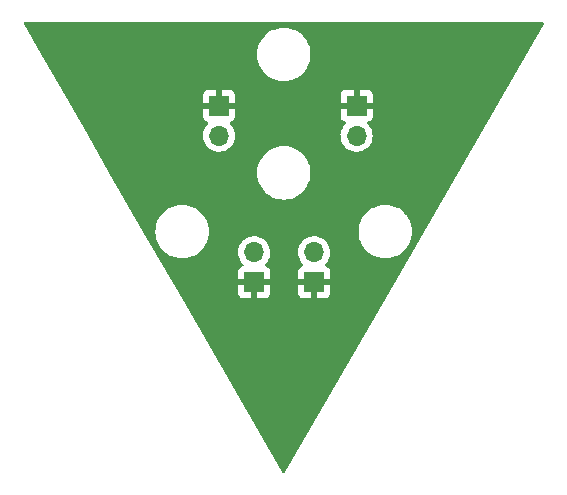
<source format=gtl>
G04 #@! TF.GenerationSoftware,KiCad,Pcbnew,6.0.11-2627ca5db0~126~ubuntu22.04.1*
G04 #@! TF.CreationDate,2023-11-05T13:22:14+01:00*
G04 #@! TF.ProjectId,powerBase,706f7765-7242-4617-9365-2e6b69636164,rev?*
G04 #@! TF.SameCoordinates,Original*
G04 #@! TF.FileFunction,Copper,L1,Top*
G04 #@! TF.FilePolarity,Positive*
%FSLAX46Y46*%
G04 Gerber Fmt 4.6, Leading zero omitted, Abs format (unit mm)*
G04 Created by KiCad (PCBNEW 6.0.11-2627ca5db0~126~ubuntu22.04.1) date 2023-11-05 13:22:14*
%MOMM*%
%LPD*%
G01*
G04 APERTURE LIST*
G04 #@! TA.AperFunction,ComponentPad*
%ADD10R,1.700000X1.700000*%
G04 #@! TD*
G04 #@! TA.AperFunction,ComponentPad*
%ADD11O,1.700000X1.700000*%
G04 #@! TD*
G04 APERTURE END LIST*
D10*
X123000000Y-83540000D03*
D11*
X123000000Y-81000000D03*
D10*
X120025000Y-68585000D03*
D11*
X120025000Y-71125000D03*
D10*
X131670000Y-68585000D03*
D11*
X131670000Y-71125000D03*
D10*
X128075000Y-83540000D03*
D11*
X128075000Y-81000000D03*
G04 #@! TA.AperFunction,Conductor*
G36*
X147469312Y-61528502D02*
G01*
X147515805Y-61582158D01*
X147525909Y-61652432D01*
X147510320Y-61697483D01*
X134119808Y-84898000D01*
X125609128Y-99643678D01*
X125557752Y-99692678D01*
X125488040Y-99706124D01*
X125422126Y-99679747D01*
X125390872Y-99643678D01*
X116880192Y-84898000D01*
X116612774Y-84434669D01*
X121642001Y-84434669D01*
X121642371Y-84441490D01*
X121647895Y-84492352D01*
X121651521Y-84507604D01*
X121696676Y-84628054D01*
X121705214Y-84643649D01*
X121781715Y-84745724D01*
X121794276Y-84758285D01*
X121896351Y-84834786D01*
X121911946Y-84843324D01*
X122032394Y-84888478D01*
X122047649Y-84892105D01*
X122098514Y-84897631D01*
X122105328Y-84898000D01*
X122727885Y-84898000D01*
X122743124Y-84893525D01*
X122744329Y-84892135D01*
X122746000Y-84884452D01*
X122746000Y-84879884D01*
X123254000Y-84879884D01*
X123258475Y-84895123D01*
X123259865Y-84896328D01*
X123267548Y-84897999D01*
X123894669Y-84897999D01*
X123901490Y-84897629D01*
X123952352Y-84892105D01*
X123967604Y-84888479D01*
X124088054Y-84843324D01*
X124103649Y-84834786D01*
X124205724Y-84758285D01*
X124218285Y-84745724D01*
X124294786Y-84643649D01*
X124303324Y-84628054D01*
X124348478Y-84507606D01*
X124352105Y-84492351D01*
X124357631Y-84441486D01*
X124358000Y-84434672D01*
X124358000Y-84434669D01*
X126717001Y-84434669D01*
X126717371Y-84441490D01*
X126722895Y-84492352D01*
X126726521Y-84507604D01*
X126771676Y-84628054D01*
X126780214Y-84643649D01*
X126856715Y-84745724D01*
X126869276Y-84758285D01*
X126971351Y-84834786D01*
X126986946Y-84843324D01*
X127107394Y-84888478D01*
X127122649Y-84892105D01*
X127173514Y-84897631D01*
X127180328Y-84898000D01*
X127802885Y-84898000D01*
X127818124Y-84893525D01*
X127819329Y-84892135D01*
X127821000Y-84884452D01*
X127821000Y-84879884D01*
X128329000Y-84879884D01*
X128333475Y-84895123D01*
X128334865Y-84896328D01*
X128342548Y-84897999D01*
X128969669Y-84897999D01*
X128976490Y-84897629D01*
X129027352Y-84892105D01*
X129042604Y-84888479D01*
X129163054Y-84843324D01*
X129178649Y-84834786D01*
X129280724Y-84758285D01*
X129293285Y-84745724D01*
X129369786Y-84643649D01*
X129378324Y-84628054D01*
X129423478Y-84507606D01*
X129427105Y-84492351D01*
X129432631Y-84441486D01*
X129433000Y-84434672D01*
X129433000Y-83812115D01*
X129428525Y-83796876D01*
X129427135Y-83795671D01*
X129419452Y-83794000D01*
X128347115Y-83794000D01*
X128331876Y-83798475D01*
X128330671Y-83799865D01*
X128329000Y-83807548D01*
X128329000Y-84879884D01*
X127821000Y-84879884D01*
X127821000Y-83812115D01*
X127816525Y-83796876D01*
X127815135Y-83795671D01*
X127807452Y-83794000D01*
X126735116Y-83794000D01*
X126719877Y-83798475D01*
X126718672Y-83799865D01*
X126717001Y-83807548D01*
X126717001Y-84434669D01*
X124358000Y-84434669D01*
X124358000Y-83812115D01*
X124353525Y-83796876D01*
X124352135Y-83795671D01*
X124344452Y-83794000D01*
X123272115Y-83794000D01*
X123256876Y-83798475D01*
X123255671Y-83799865D01*
X123254000Y-83807548D01*
X123254000Y-84879884D01*
X122746000Y-84879884D01*
X122746000Y-83812115D01*
X122741525Y-83796876D01*
X122740135Y-83795671D01*
X122732452Y-83794000D01*
X121660116Y-83794000D01*
X121644877Y-83798475D01*
X121643672Y-83799865D01*
X121642001Y-83807548D01*
X121642001Y-84434669D01*
X116612774Y-84434669D01*
X113620368Y-79250000D01*
X114636654Y-79250000D01*
X114656017Y-79545426D01*
X114656819Y-79549459D01*
X114656820Y-79549465D01*
X114698030Y-79756638D01*
X114713776Y-79835797D01*
X114715103Y-79839706D01*
X114715104Y-79839710D01*
X114770551Y-80003051D01*
X114808941Y-80116145D01*
X114823867Y-80146411D01*
X114927146Y-80355840D01*
X114939885Y-80381673D01*
X114942179Y-80385106D01*
X115056336Y-80555954D01*
X115104367Y-80627838D01*
X115107081Y-80630932D01*
X115107085Y-80630938D01*
X115240022Y-80782522D01*
X115299573Y-80850427D01*
X115302662Y-80853136D01*
X115519062Y-81042915D01*
X115519068Y-81042919D01*
X115522162Y-81045633D01*
X115525588Y-81047922D01*
X115525593Y-81047926D01*
X115553526Y-81066590D01*
X115768327Y-81210115D01*
X115772026Y-81211939D01*
X115772031Y-81211942D01*
X115908313Y-81279148D01*
X116033855Y-81341059D01*
X116037760Y-81342384D01*
X116037761Y-81342385D01*
X116310290Y-81434896D01*
X116310294Y-81434897D01*
X116314203Y-81436224D01*
X116318247Y-81437028D01*
X116318253Y-81437030D01*
X116600535Y-81493180D01*
X116600541Y-81493181D01*
X116604574Y-81493983D01*
X116608679Y-81494252D01*
X116608686Y-81494253D01*
X116895881Y-81513076D01*
X116900000Y-81513346D01*
X116904119Y-81513076D01*
X117191314Y-81494253D01*
X117191321Y-81494252D01*
X117195426Y-81493983D01*
X117199459Y-81493181D01*
X117199465Y-81493180D01*
X117481747Y-81437030D01*
X117481753Y-81437028D01*
X117485797Y-81436224D01*
X117489706Y-81434897D01*
X117489710Y-81434896D01*
X117762239Y-81342385D01*
X117762240Y-81342384D01*
X117766145Y-81341059D01*
X117891687Y-81279148D01*
X118027969Y-81211942D01*
X118027974Y-81211939D01*
X118031673Y-81210115D01*
X118246474Y-81066590D01*
X118274407Y-81047926D01*
X118274412Y-81047922D01*
X118277838Y-81045633D01*
X118280932Y-81042919D01*
X118280938Y-81042915D01*
X118367850Y-80966695D01*
X121637251Y-80966695D01*
X121637548Y-80971848D01*
X121637548Y-80971851D01*
X121643011Y-81066590D01*
X121650110Y-81189715D01*
X121651247Y-81194761D01*
X121651248Y-81194767D01*
X121654190Y-81207821D01*
X121699222Y-81407639D01*
X121783266Y-81614616D01*
X121899987Y-81805088D01*
X122046250Y-81973938D01*
X122050225Y-81977238D01*
X122050231Y-81977244D01*
X122055425Y-81981556D01*
X122095059Y-82040460D01*
X122096555Y-82111441D01*
X122059439Y-82171962D01*
X122019168Y-82196480D01*
X121911946Y-82236676D01*
X121896351Y-82245214D01*
X121794276Y-82321715D01*
X121781715Y-82334276D01*
X121705214Y-82436351D01*
X121696676Y-82451946D01*
X121651522Y-82572394D01*
X121647895Y-82587649D01*
X121642369Y-82638514D01*
X121642000Y-82645328D01*
X121642000Y-83267885D01*
X121646475Y-83283124D01*
X121647865Y-83284329D01*
X121655548Y-83286000D01*
X124339884Y-83286000D01*
X124355123Y-83281525D01*
X124356328Y-83280135D01*
X124357999Y-83272452D01*
X124357999Y-82645331D01*
X124357629Y-82638510D01*
X124352105Y-82587648D01*
X124348479Y-82572396D01*
X124303324Y-82451946D01*
X124294786Y-82436351D01*
X124218285Y-82334276D01*
X124205724Y-82321715D01*
X124103649Y-82245214D01*
X124088054Y-82236676D01*
X123977813Y-82195348D01*
X123921049Y-82152706D01*
X123896349Y-82086145D01*
X123911557Y-82016796D01*
X123933104Y-81988115D01*
X124034430Y-81887144D01*
X124034440Y-81887132D01*
X124038096Y-81883489D01*
X124097594Y-81800689D01*
X124165435Y-81706277D01*
X124168453Y-81702077D01*
X124267430Y-81501811D01*
X124299900Y-81394940D01*
X124330865Y-81293023D01*
X124330865Y-81293021D01*
X124332370Y-81288069D01*
X124361529Y-81066590D01*
X124362041Y-81045633D01*
X124363074Y-81003365D01*
X124363074Y-81003361D01*
X124363156Y-81000000D01*
X124360418Y-80966695D01*
X126712251Y-80966695D01*
X126712548Y-80971848D01*
X126712548Y-80971851D01*
X126718011Y-81066590D01*
X126725110Y-81189715D01*
X126726247Y-81194761D01*
X126726248Y-81194767D01*
X126729190Y-81207821D01*
X126774222Y-81407639D01*
X126858266Y-81614616D01*
X126974987Y-81805088D01*
X127121250Y-81973938D01*
X127125225Y-81977238D01*
X127125231Y-81977244D01*
X127130425Y-81981556D01*
X127170059Y-82040460D01*
X127171555Y-82111441D01*
X127134439Y-82171962D01*
X127094168Y-82196480D01*
X126986946Y-82236676D01*
X126971351Y-82245214D01*
X126869276Y-82321715D01*
X126856715Y-82334276D01*
X126780214Y-82436351D01*
X126771676Y-82451946D01*
X126726522Y-82572394D01*
X126722895Y-82587649D01*
X126717369Y-82638514D01*
X126717000Y-82645328D01*
X126717000Y-83267885D01*
X126721475Y-83283124D01*
X126722865Y-83284329D01*
X126730548Y-83286000D01*
X129414884Y-83286000D01*
X129430123Y-83281525D01*
X129431328Y-83280135D01*
X129432999Y-83272452D01*
X129432999Y-82645331D01*
X129432629Y-82638510D01*
X129427105Y-82587648D01*
X129423479Y-82572396D01*
X129378324Y-82451946D01*
X129369786Y-82436351D01*
X129293285Y-82334276D01*
X129280724Y-82321715D01*
X129178649Y-82245214D01*
X129163054Y-82236676D01*
X129052813Y-82195348D01*
X128996049Y-82152706D01*
X128971349Y-82086145D01*
X128986557Y-82016796D01*
X129008104Y-81988115D01*
X129109430Y-81887144D01*
X129109440Y-81887132D01*
X129113096Y-81883489D01*
X129172594Y-81800689D01*
X129240435Y-81706277D01*
X129243453Y-81702077D01*
X129342430Y-81501811D01*
X129374900Y-81394940D01*
X129405865Y-81293023D01*
X129405865Y-81293021D01*
X129407370Y-81288069D01*
X129436529Y-81066590D01*
X129437041Y-81045633D01*
X129438074Y-81003365D01*
X129438074Y-81003361D01*
X129438156Y-81000000D01*
X129419852Y-80777361D01*
X129365431Y-80560702D01*
X129276354Y-80355840D01*
X129155014Y-80168277D01*
X129004670Y-80003051D01*
X129000619Y-79999852D01*
X129000615Y-79999848D01*
X128833414Y-79867800D01*
X128833410Y-79867798D01*
X128829359Y-79864598D01*
X128633789Y-79756638D01*
X128628920Y-79754914D01*
X128628916Y-79754912D01*
X128428087Y-79683795D01*
X128428083Y-79683794D01*
X128423212Y-79682069D01*
X128418119Y-79681162D01*
X128418116Y-79681161D01*
X128208373Y-79643800D01*
X128208367Y-79643799D01*
X128203284Y-79642894D01*
X128129452Y-79641992D01*
X127985081Y-79640228D01*
X127985079Y-79640228D01*
X127979911Y-79640165D01*
X127759091Y-79673955D01*
X127546756Y-79743357D01*
X127516443Y-79759137D01*
X127369181Y-79835797D01*
X127348607Y-79846507D01*
X127344474Y-79849610D01*
X127344471Y-79849612D01*
X127320247Y-79867800D01*
X127169965Y-79980635D01*
X127166393Y-79984373D01*
X127036935Y-80119843D01*
X127015629Y-80142138D01*
X126889743Y-80326680D01*
X126795688Y-80529305D01*
X126735989Y-80744570D01*
X126712251Y-80966695D01*
X124360418Y-80966695D01*
X124344852Y-80777361D01*
X124290431Y-80560702D01*
X124201354Y-80355840D01*
X124080014Y-80168277D01*
X123929670Y-80003051D01*
X123925619Y-79999852D01*
X123925615Y-79999848D01*
X123758414Y-79867800D01*
X123758410Y-79867798D01*
X123754359Y-79864598D01*
X123558789Y-79756638D01*
X123553920Y-79754914D01*
X123553916Y-79754912D01*
X123353087Y-79683795D01*
X123353083Y-79683794D01*
X123348212Y-79682069D01*
X123343119Y-79681162D01*
X123343116Y-79681161D01*
X123133373Y-79643800D01*
X123133367Y-79643799D01*
X123128284Y-79642894D01*
X123054452Y-79641992D01*
X122910081Y-79640228D01*
X122910079Y-79640228D01*
X122904911Y-79640165D01*
X122684091Y-79673955D01*
X122471756Y-79743357D01*
X122441443Y-79759137D01*
X122294181Y-79835797D01*
X122273607Y-79846507D01*
X122269474Y-79849610D01*
X122269471Y-79849612D01*
X122245247Y-79867800D01*
X122094965Y-79980635D01*
X122091393Y-79984373D01*
X121961935Y-80119843D01*
X121940629Y-80142138D01*
X121814743Y-80326680D01*
X121720688Y-80529305D01*
X121660989Y-80744570D01*
X121637251Y-80966695D01*
X118367850Y-80966695D01*
X118497338Y-80853136D01*
X118500427Y-80850427D01*
X118559978Y-80782522D01*
X118692915Y-80630938D01*
X118692919Y-80630932D01*
X118695633Y-80627838D01*
X118743665Y-80555954D01*
X118857821Y-80385106D01*
X118860115Y-80381673D01*
X118872855Y-80355840D01*
X118976133Y-80146411D01*
X118991059Y-80116145D01*
X119029449Y-80003051D01*
X119084896Y-79839710D01*
X119084897Y-79839706D01*
X119086224Y-79835797D01*
X119101970Y-79756638D01*
X119143180Y-79549465D01*
X119143181Y-79549459D01*
X119143983Y-79545426D01*
X119163346Y-79250000D01*
X131836654Y-79250000D01*
X131856017Y-79545426D01*
X131856819Y-79549459D01*
X131856820Y-79549465D01*
X131898030Y-79756638D01*
X131913776Y-79835797D01*
X131915103Y-79839706D01*
X131915104Y-79839710D01*
X131970551Y-80003051D01*
X132008941Y-80116145D01*
X132023867Y-80146411D01*
X132127146Y-80355840D01*
X132139885Y-80381673D01*
X132142179Y-80385106D01*
X132256336Y-80555954D01*
X132304367Y-80627838D01*
X132307081Y-80630932D01*
X132307085Y-80630938D01*
X132440022Y-80782522D01*
X132499573Y-80850427D01*
X132502662Y-80853136D01*
X132719062Y-81042915D01*
X132719068Y-81042919D01*
X132722162Y-81045633D01*
X132725588Y-81047922D01*
X132725593Y-81047926D01*
X132753526Y-81066590D01*
X132968327Y-81210115D01*
X132972026Y-81211939D01*
X132972031Y-81211942D01*
X133108313Y-81279148D01*
X133233855Y-81341059D01*
X133237760Y-81342384D01*
X133237761Y-81342385D01*
X133510290Y-81434896D01*
X133510294Y-81434897D01*
X133514203Y-81436224D01*
X133518247Y-81437028D01*
X133518253Y-81437030D01*
X133800535Y-81493180D01*
X133800541Y-81493181D01*
X133804574Y-81493983D01*
X133808679Y-81494252D01*
X133808686Y-81494253D01*
X134095881Y-81513076D01*
X134100000Y-81513346D01*
X134104119Y-81513076D01*
X134391314Y-81494253D01*
X134391321Y-81494252D01*
X134395426Y-81493983D01*
X134399459Y-81493181D01*
X134399465Y-81493180D01*
X134681747Y-81437030D01*
X134681753Y-81437028D01*
X134685797Y-81436224D01*
X134689706Y-81434897D01*
X134689710Y-81434896D01*
X134962239Y-81342385D01*
X134962240Y-81342384D01*
X134966145Y-81341059D01*
X135091687Y-81279148D01*
X135227969Y-81211942D01*
X135227974Y-81211939D01*
X135231673Y-81210115D01*
X135446474Y-81066590D01*
X135474407Y-81047926D01*
X135474412Y-81047922D01*
X135477838Y-81045633D01*
X135480932Y-81042919D01*
X135480938Y-81042915D01*
X135697338Y-80853136D01*
X135700427Y-80850427D01*
X135759978Y-80782522D01*
X135892915Y-80630938D01*
X135892919Y-80630932D01*
X135895633Y-80627838D01*
X135943665Y-80555954D01*
X136057821Y-80385106D01*
X136060115Y-80381673D01*
X136072855Y-80355840D01*
X136176133Y-80146411D01*
X136191059Y-80116145D01*
X136229449Y-80003051D01*
X136284896Y-79839710D01*
X136284897Y-79839706D01*
X136286224Y-79835797D01*
X136301970Y-79756638D01*
X136343180Y-79549465D01*
X136343181Y-79549459D01*
X136343983Y-79545426D01*
X136363346Y-79250000D01*
X136343983Y-78954574D01*
X136286224Y-78664203D01*
X136191059Y-78383855D01*
X136060115Y-78118327D01*
X135895633Y-77872162D01*
X135892919Y-77869068D01*
X135892915Y-77869062D01*
X135703136Y-77652662D01*
X135700427Y-77649573D01*
X135697338Y-77646864D01*
X135480938Y-77457085D01*
X135480932Y-77457081D01*
X135477838Y-77454367D01*
X135474412Y-77452078D01*
X135474407Y-77452074D01*
X135235106Y-77292179D01*
X135231673Y-77289885D01*
X135227974Y-77288061D01*
X135227969Y-77288058D01*
X135091687Y-77220852D01*
X134966145Y-77158941D01*
X134962239Y-77157615D01*
X134689710Y-77065104D01*
X134689706Y-77065103D01*
X134685797Y-77063776D01*
X134681753Y-77062972D01*
X134681747Y-77062970D01*
X134399465Y-77006820D01*
X134399459Y-77006819D01*
X134395426Y-77006017D01*
X134391321Y-77005748D01*
X134391314Y-77005747D01*
X134104119Y-76986924D01*
X134100000Y-76986654D01*
X134095881Y-76986924D01*
X133808686Y-77005747D01*
X133808679Y-77005748D01*
X133804574Y-77006017D01*
X133800541Y-77006819D01*
X133800535Y-77006820D01*
X133518253Y-77062970D01*
X133518247Y-77062972D01*
X133514203Y-77063776D01*
X133510294Y-77065103D01*
X133510290Y-77065104D01*
X133237761Y-77157615D01*
X133233855Y-77158941D01*
X133108313Y-77220852D01*
X132972031Y-77288058D01*
X132972026Y-77288061D01*
X132968327Y-77289885D01*
X132964894Y-77292179D01*
X132725593Y-77452074D01*
X132725588Y-77452078D01*
X132722162Y-77454367D01*
X132719068Y-77457081D01*
X132719062Y-77457085D01*
X132502662Y-77646864D01*
X132499573Y-77649573D01*
X132496864Y-77652662D01*
X132307085Y-77869062D01*
X132307081Y-77869068D01*
X132304367Y-77872162D01*
X132139885Y-78118327D01*
X132008941Y-78383855D01*
X131913776Y-78664203D01*
X131856017Y-78954574D01*
X131836654Y-79250000D01*
X119163346Y-79250000D01*
X119143983Y-78954574D01*
X119086224Y-78664203D01*
X118991059Y-78383855D01*
X118860115Y-78118327D01*
X118695633Y-77872162D01*
X118692919Y-77869068D01*
X118692915Y-77869062D01*
X118503136Y-77652662D01*
X118500427Y-77649573D01*
X118497338Y-77646864D01*
X118280938Y-77457085D01*
X118280932Y-77457081D01*
X118277838Y-77454367D01*
X118274412Y-77452078D01*
X118274407Y-77452074D01*
X118035106Y-77292179D01*
X118031673Y-77289885D01*
X118027974Y-77288061D01*
X118027969Y-77288058D01*
X117891687Y-77220852D01*
X117766145Y-77158941D01*
X117762239Y-77157615D01*
X117489710Y-77065104D01*
X117489706Y-77065103D01*
X117485797Y-77063776D01*
X117481753Y-77062972D01*
X117481747Y-77062970D01*
X117199465Y-77006820D01*
X117199459Y-77006819D01*
X117195426Y-77006017D01*
X117191321Y-77005748D01*
X117191314Y-77005747D01*
X116904119Y-76986924D01*
X116900000Y-76986654D01*
X116895881Y-76986924D01*
X116608686Y-77005747D01*
X116608679Y-77005748D01*
X116604574Y-77006017D01*
X116600541Y-77006819D01*
X116600535Y-77006820D01*
X116318253Y-77062970D01*
X116318247Y-77062972D01*
X116314203Y-77063776D01*
X116310294Y-77065103D01*
X116310290Y-77065104D01*
X116037761Y-77157615D01*
X116033855Y-77158941D01*
X115908313Y-77220852D01*
X115772031Y-77288058D01*
X115772026Y-77288061D01*
X115768327Y-77289885D01*
X115764894Y-77292179D01*
X115525593Y-77452074D01*
X115525588Y-77452078D01*
X115522162Y-77454367D01*
X115519068Y-77457081D01*
X115519062Y-77457085D01*
X115302662Y-77646864D01*
X115299573Y-77649573D01*
X115296864Y-77652662D01*
X115107085Y-77869062D01*
X115107081Y-77869068D01*
X115104367Y-77872162D01*
X114939885Y-78118327D01*
X114808941Y-78383855D01*
X114713776Y-78664203D01*
X114656017Y-78954574D01*
X114636654Y-79250000D01*
X113620368Y-79250000D01*
X110748975Y-74275000D01*
X123236654Y-74275000D01*
X123256017Y-74570426D01*
X123313776Y-74860797D01*
X123408941Y-75141145D01*
X123539885Y-75406673D01*
X123704367Y-75652838D01*
X123707081Y-75655932D01*
X123707085Y-75655938D01*
X123896864Y-75872338D01*
X123899573Y-75875427D01*
X123902662Y-75878136D01*
X124119062Y-76067915D01*
X124119068Y-76067919D01*
X124122162Y-76070633D01*
X124125588Y-76072922D01*
X124125593Y-76072926D01*
X124309405Y-76195744D01*
X124368327Y-76235115D01*
X124372026Y-76236939D01*
X124372031Y-76236942D01*
X124508313Y-76304148D01*
X124633855Y-76366059D01*
X124637760Y-76367384D01*
X124637761Y-76367385D01*
X124910290Y-76459896D01*
X124910294Y-76459897D01*
X124914203Y-76461224D01*
X124918247Y-76462028D01*
X124918253Y-76462030D01*
X125200535Y-76518180D01*
X125200541Y-76518181D01*
X125204574Y-76518983D01*
X125208679Y-76519252D01*
X125208686Y-76519253D01*
X125495881Y-76538076D01*
X125500000Y-76538346D01*
X125504119Y-76538076D01*
X125791314Y-76519253D01*
X125791321Y-76519252D01*
X125795426Y-76518983D01*
X125799459Y-76518181D01*
X125799465Y-76518180D01*
X126081747Y-76462030D01*
X126081753Y-76462028D01*
X126085797Y-76461224D01*
X126089706Y-76459897D01*
X126089710Y-76459896D01*
X126362239Y-76367385D01*
X126362240Y-76367384D01*
X126366145Y-76366059D01*
X126491687Y-76304148D01*
X126627969Y-76236942D01*
X126627974Y-76236939D01*
X126631673Y-76235115D01*
X126690595Y-76195744D01*
X126874407Y-76072926D01*
X126874412Y-76072922D01*
X126877838Y-76070633D01*
X126880932Y-76067919D01*
X126880938Y-76067915D01*
X127097338Y-75878136D01*
X127100427Y-75875427D01*
X127103136Y-75872338D01*
X127292915Y-75655938D01*
X127292919Y-75655932D01*
X127295633Y-75652838D01*
X127460115Y-75406673D01*
X127591059Y-75141145D01*
X127686224Y-74860797D01*
X127743983Y-74570426D01*
X127763346Y-74275000D01*
X127743983Y-73979574D01*
X127686224Y-73689203D01*
X127591059Y-73408855D01*
X127460115Y-73143327D01*
X127295633Y-72897162D01*
X127292919Y-72894068D01*
X127292915Y-72894062D01*
X127103136Y-72677662D01*
X127100427Y-72674573D01*
X127097338Y-72671864D01*
X126880938Y-72482085D01*
X126880932Y-72482081D01*
X126877838Y-72479367D01*
X126874412Y-72477078D01*
X126874407Y-72477074D01*
X126635106Y-72317179D01*
X126631673Y-72314885D01*
X126627974Y-72313061D01*
X126627969Y-72313058D01*
X126476429Y-72238327D01*
X126366145Y-72183941D01*
X126303067Y-72162529D01*
X126089710Y-72090104D01*
X126089706Y-72090103D01*
X126085797Y-72088776D01*
X126081753Y-72087972D01*
X126081747Y-72087970D01*
X125799465Y-72031820D01*
X125799459Y-72031819D01*
X125795426Y-72031017D01*
X125791321Y-72030748D01*
X125791314Y-72030747D01*
X125504119Y-72011924D01*
X125500000Y-72011654D01*
X125495881Y-72011924D01*
X125208686Y-72030747D01*
X125208679Y-72030748D01*
X125204574Y-72031017D01*
X125200541Y-72031819D01*
X125200535Y-72031820D01*
X124918253Y-72087970D01*
X124918247Y-72087972D01*
X124914203Y-72088776D01*
X124910294Y-72090103D01*
X124910290Y-72090104D01*
X124696933Y-72162529D01*
X124633855Y-72183941D01*
X124523571Y-72238327D01*
X124372031Y-72313058D01*
X124372026Y-72313061D01*
X124368327Y-72314885D01*
X124364894Y-72317179D01*
X124125593Y-72477074D01*
X124125588Y-72477078D01*
X124122162Y-72479367D01*
X124119068Y-72482081D01*
X124119062Y-72482085D01*
X123902662Y-72671864D01*
X123899573Y-72674573D01*
X123896864Y-72677662D01*
X123707085Y-72894062D01*
X123707081Y-72894068D01*
X123704367Y-72897162D01*
X123539885Y-73143327D01*
X123408941Y-73408855D01*
X123313776Y-73689203D01*
X123256017Y-73979574D01*
X123236654Y-74275000D01*
X110748975Y-74275000D01*
X108911685Y-71091695D01*
X118662251Y-71091695D01*
X118662548Y-71096848D01*
X118662548Y-71096851D01*
X118668011Y-71191590D01*
X118675110Y-71314715D01*
X118676247Y-71319761D01*
X118676248Y-71319767D01*
X118696119Y-71407939D01*
X118724222Y-71532639D01*
X118808266Y-71739616D01*
X118924987Y-71930088D01*
X119071250Y-72098938D01*
X119243126Y-72241632D01*
X119436000Y-72354338D01*
X119644692Y-72434030D01*
X119649760Y-72435061D01*
X119649763Y-72435062D01*
X119757017Y-72456883D01*
X119863597Y-72478567D01*
X119868772Y-72478757D01*
X119868774Y-72478757D01*
X120081673Y-72486564D01*
X120081677Y-72486564D01*
X120086837Y-72486753D01*
X120091957Y-72486097D01*
X120091959Y-72486097D01*
X120303288Y-72459025D01*
X120303289Y-72459025D01*
X120308416Y-72458368D01*
X120313366Y-72456883D01*
X120517429Y-72395661D01*
X120517434Y-72395659D01*
X120522384Y-72394174D01*
X120722994Y-72295896D01*
X120904860Y-72166173D01*
X121063096Y-72008489D01*
X121122594Y-71925689D01*
X121190435Y-71831277D01*
X121193453Y-71827077D01*
X121292430Y-71626811D01*
X121357370Y-71413069D01*
X121386529Y-71191590D01*
X121388156Y-71125000D01*
X121385418Y-71091695D01*
X130307251Y-71091695D01*
X130307548Y-71096848D01*
X130307548Y-71096851D01*
X130313011Y-71191590D01*
X130320110Y-71314715D01*
X130321247Y-71319761D01*
X130321248Y-71319767D01*
X130341119Y-71407939D01*
X130369222Y-71532639D01*
X130453266Y-71739616D01*
X130569987Y-71930088D01*
X130716250Y-72098938D01*
X130888126Y-72241632D01*
X131081000Y-72354338D01*
X131289692Y-72434030D01*
X131294760Y-72435061D01*
X131294763Y-72435062D01*
X131402017Y-72456883D01*
X131508597Y-72478567D01*
X131513772Y-72478757D01*
X131513774Y-72478757D01*
X131726673Y-72486564D01*
X131726677Y-72486564D01*
X131731837Y-72486753D01*
X131736957Y-72486097D01*
X131736959Y-72486097D01*
X131948288Y-72459025D01*
X131948289Y-72459025D01*
X131953416Y-72458368D01*
X131958366Y-72456883D01*
X132162429Y-72395661D01*
X132162434Y-72395659D01*
X132167384Y-72394174D01*
X132367994Y-72295896D01*
X132549860Y-72166173D01*
X132708096Y-72008489D01*
X132767594Y-71925689D01*
X132835435Y-71831277D01*
X132838453Y-71827077D01*
X132937430Y-71626811D01*
X133002370Y-71413069D01*
X133031529Y-71191590D01*
X133033156Y-71125000D01*
X133014852Y-70902361D01*
X132960431Y-70685702D01*
X132871354Y-70480840D01*
X132750014Y-70293277D01*
X132746540Y-70289459D01*
X132746533Y-70289450D01*
X132602435Y-70131088D01*
X132571383Y-70067242D01*
X132579779Y-69996744D01*
X132624956Y-69941976D01*
X132651400Y-69928307D01*
X132758052Y-69888325D01*
X132773649Y-69879786D01*
X132875724Y-69803285D01*
X132888285Y-69790724D01*
X132964786Y-69688649D01*
X132973324Y-69673054D01*
X133018478Y-69552606D01*
X133022105Y-69537351D01*
X133027631Y-69486486D01*
X133028000Y-69479672D01*
X133028000Y-68857115D01*
X133023525Y-68841876D01*
X133022135Y-68840671D01*
X133014452Y-68839000D01*
X130330116Y-68839000D01*
X130314877Y-68843475D01*
X130313672Y-68844865D01*
X130312001Y-68852548D01*
X130312001Y-69479669D01*
X130312371Y-69486490D01*
X130317895Y-69537352D01*
X130321521Y-69552604D01*
X130366676Y-69673054D01*
X130375214Y-69688649D01*
X130451715Y-69790724D01*
X130464276Y-69803285D01*
X130566351Y-69879786D01*
X130581946Y-69888324D01*
X130690827Y-69929142D01*
X130747591Y-69971784D01*
X130772291Y-70038345D01*
X130757083Y-70107694D01*
X130737691Y-70134175D01*
X130614200Y-70263401D01*
X130610629Y-70267138D01*
X130484743Y-70451680D01*
X130390688Y-70654305D01*
X130330989Y-70869570D01*
X130307251Y-71091695D01*
X121385418Y-71091695D01*
X121369852Y-70902361D01*
X121315431Y-70685702D01*
X121226354Y-70480840D01*
X121105014Y-70293277D01*
X121101540Y-70289459D01*
X121101533Y-70289450D01*
X120957435Y-70131088D01*
X120926383Y-70067242D01*
X120934779Y-69996744D01*
X120979956Y-69941976D01*
X121006400Y-69928307D01*
X121113052Y-69888325D01*
X121128649Y-69879786D01*
X121230724Y-69803285D01*
X121243285Y-69790724D01*
X121319786Y-69688649D01*
X121328324Y-69673054D01*
X121373478Y-69552606D01*
X121377105Y-69537351D01*
X121382631Y-69486486D01*
X121383000Y-69479672D01*
X121383000Y-68857115D01*
X121378525Y-68841876D01*
X121377135Y-68840671D01*
X121369452Y-68839000D01*
X118685116Y-68839000D01*
X118669877Y-68843475D01*
X118668672Y-68844865D01*
X118667001Y-68852548D01*
X118667001Y-69479669D01*
X118667371Y-69486490D01*
X118672895Y-69537352D01*
X118676521Y-69552604D01*
X118721676Y-69673054D01*
X118730214Y-69688649D01*
X118806715Y-69790724D01*
X118819276Y-69803285D01*
X118921351Y-69879786D01*
X118936946Y-69888324D01*
X119045827Y-69929142D01*
X119102591Y-69971784D01*
X119127291Y-70038345D01*
X119112083Y-70107694D01*
X119092691Y-70134175D01*
X118969200Y-70263401D01*
X118965629Y-70267138D01*
X118839743Y-70451680D01*
X118745688Y-70654305D01*
X118685989Y-70869570D01*
X118662251Y-71091695D01*
X108911685Y-71091695D01*
X107307855Y-68312885D01*
X118667000Y-68312885D01*
X118671475Y-68328124D01*
X118672865Y-68329329D01*
X118680548Y-68331000D01*
X119752885Y-68331000D01*
X119768124Y-68326525D01*
X119769329Y-68325135D01*
X119771000Y-68317452D01*
X119771000Y-68312885D01*
X120279000Y-68312885D01*
X120283475Y-68328124D01*
X120284865Y-68329329D01*
X120292548Y-68331000D01*
X121364884Y-68331000D01*
X121380123Y-68326525D01*
X121381328Y-68325135D01*
X121382999Y-68317452D01*
X121382999Y-68312885D01*
X130312000Y-68312885D01*
X130316475Y-68328124D01*
X130317865Y-68329329D01*
X130325548Y-68331000D01*
X131397885Y-68331000D01*
X131413124Y-68326525D01*
X131414329Y-68325135D01*
X131416000Y-68317452D01*
X131416000Y-68312885D01*
X131924000Y-68312885D01*
X131928475Y-68328124D01*
X131929865Y-68329329D01*
X131937548Y-68331000D01*
X133009884Y-68331000D01*
X133025123Y-68326525D01*
X133026328Y-68325135D01*
X133027999Y-68317452D01*
X133027999Y-67690331D01*
X133027629Y-67683510D01*
X133022105Y-67632648D01*
X133018479Y-67617396D01*
X132973324Y-67496946D01*
X132964786Y-67481351D01*
X132888285Y-67379276D01*
X132875724Y-67366715D01*
X132773649Y-67290214D01*
X132758054Y-67281676D01*
X132637606Y-67236522D01*
X132622351Y-67232895D01*
X132571486Y-67227369D01*
X132564672Y-67227000D01*
X131942115Y-67227000D01*
X131926876Y-67231475D01*
X131925671Y-67232865D01*
X131924000Y-67240548D01*
X131924000Y-68312885D01*
X131416000Y-68312885D01*
X131416000Y-67245116D01*
X131411525Y-67229877D01*
X131410135Y-67228672D01*
X131402452Y-67227001D01*
X130775331Y-67227001D01*
X130768510Y-67227371D01*
X130717648Y-67232895D01*
X130702396Y-67236521D01*
X130581946Y-67281676D01*
X130566351Y-67290214D01*
X130464276Y-67366715D01*
X130451715Y-67379276D01*
X130375214Y-67481351D01*
X130366676Y-67496946D01*
X130321522Y-67617394D01*
X130317895Y-67632649D01*
X130312369Y-67683514D01*
X130312000Y-67690328D01*
X130312000Y-68312885D01*
X121382999Y-68312885D01*
X121382999Y-67690331D01*
X121382629Y-67683510D01*
X121377105Y-67632648D01*
X121373479Y-67617396D01*
X121328324Y-67496946D01*
X121319786Y-67481351D01*
X121243285Y-67379276D01*
X121230724Y-67366715D01*
X121128649Y-67290214D01*
X121113054Y-67281676D01*
X120992606Y-67236522D01*
X120977351Y-67232895D01*
X120926486Y-67227369D01*
X120919672Y-67227000D01*
X120297115Y-67227000D01*
X120281876Y-67231475D01*
X120280671Y-67232865D01*
X120279000Y-67240548D01*
X120279000Y-68312885D01*
X119771000Y-68312885D01*
X119771000Y-67245116D01*
X119766525Y-67229877D01*
X119765135Y-67228672D01*
X119757452Y-67227001D01*
X119130331Y-67227001D01*
X119123510Y-67227371D01*
X119072648Y-67232895D01*
X119057396Y-67236521D01*
X118936946Y-67281676D01*
X118921351Y-67290214D01*
X118819276Y-67366715D01*
X118806715Y-67379276D01*
X118730214Y-67481351D01*
X118721676Y-67496946D01*
X118676522Y-67617394D01*
X118672895Y-67632649D01*
X118667369Y-67683514D01*
X118667000Y-67690328D01*
X118667000Y-68312885D01*
X107307855Y-68312885D01*
X104962902Y-64250000D01*
X123236654Y-64250000D01*
X123256017Y-64545426D01*
X123313776Y-64835797D01*
X123408941Y-65116145D01*
X123539885Y-65381673D01*
X123704367Y-65627838D01*
X123707081Y-65630932D01*
X123707085Y-65630938D01*
X123896864Y-65847338D01*
X123899573Y-65850427D01*
X123902662Y-65853136D01*
X124119062Y-66042915D01*
X124119068Y-66042919D01*
X124122162Y-66045633D01*
X124125588Y-66047922D01*
X124125593Y-66047926D01*
X124309405Y-66170744D01*
X124368327Y-66210115D01*
X124372026Y-66211939D01*
X124372031Y-66211942D01*
X124508313Y-66279148D01*
X124633855Y-66341059D01*
X124637760Y-66342384D01*
X124637761Y-66342385D01*
X124910290Y-66434896D01*
X124910294Y-66434897D01*
X124914203Y-66436224D01*
X124918247Y-66437028D01*
X124918253Y-66437030D01*
X125200535Y-66493180D01*
X125200541Y-66493181D01*
X125204574Y-66493983D01*
X125208679Y-66494252D01*
X125208686Y-66494253D01*
X125495881Y-66513076D01*
X125500000Y-66513346D01*
X125504119Y-66513076D01*
X125791314Y-66494253D01*
X125791321Y-66494252D01*
X125795426Y-66493983D01*
X125799459Y-66493181D01*
X125799465Y-66493180D01*
X126081747Y-66437030D01*
X126081753Y-66437028D01*
X126085797Y-66436224D01*
X126089706Y-66434897D01*
X126089710Y-66434896D01*
X126362239Y-66342385D01*
X126362240Y-66342384D01*
X126366145Y-66341059D01*
X126491687Y-66279148D01*
X126627969Y-66211942D01*
X126627974Y-66211939D01*
X126631673Y-66210115D01*
X126690595Y-66170744D01*
X126874407Y-66047926D01*
X126874412Y-66047922D01*
X126877838Y-66045633D01*
X126880932Y-66042919D01*
X126880938Y-66042915D01*
X127097338Y-65853136D01*
X127100427Y-65850427D01*
X127103136Y-65847338D01*
X127292915Y-65630938D01*
X127292919Y-65630932D01*
X127295633Y-65627838D01*
X127460115Y-65381673D01*
X127591059Y-65116145D01*
X127686224Y-64835797D01*
X127743983Y-64545426D01*
X127763346Y-64250000D01*
X127743983Y-63954574D01*
X127686224Y-63664203D01*
X127591059Y-63383855D01*
X127460115Y-63118327D01*
X127295633Y-62872162D01*
X127292919Y-62869068D01*
X127292915Y-62869062D01*
X127103136Y-62652662D01*
X127100427Y-62649573D01*
X127097338Y-62646864D01*
X126880938Y-62457085D01*
X126880932Y-62457081D01*
X126877838Y-62454367D01*
X126874412Y-62452078D01*
X126874407Y-62452074D01*
X126635106Y-62292179D01*
X126631673Y-62289885D01*
X126627974Y-62288061D01*
X126627969Y-62288058D01*
X126491687Y-62220852D01*
X126366145Y-62158941D01*
X126362239Y-62157615D01*
X126089710Y-62065104D01*
X126089706Y-62065103D01*
X126085797Y-62063776D01*
X126081753Y-62062972D01*
X126081747Y-62062970D01*
X125799465Y-62006820D01*
X125799459Y-62006819D01*
X125795426Y-62006017D01*
X125791321Y-62005748D01*
X125791314Y-62005747D01*
X125504119Y-61986924D01*
X125500000Y-61986654D01*
X125495881Y-61986924D01*
X125208686Y-62005747D01*
X125208679Y-62005748D01*
X125204574Y-62006017D01*
X125200541Y-62006819D01*
X125200535Y-62006820D01*
X124918253Y-62062970D01*
X124918247Y-62062972D01*
X124914203Y-62063776D01*
X124910294Y-62065103D01*
X124910290Y-62065104D01*
X124637761Y-62157615D01*
X124633855Y-62158941D01*
X124508313Y-62220852D01*
X124372031Y-62288058D01*
X124372026Y-62288061D01*
X124368327Y-62289885D01*
X124364894Y-62292179D01*
X124125593Y-62452074D01*
X124125588Y-62452078D01*
X124122162Y-62454367D01*
X124119068Y-62457081D01*
X124119062Y-62457085D01*
X123902662Y-62646864D01*
X123899573Y-62649573D01*
X123896864Y-62652662D01*
X123707085Y-62869062D01*
X123707081Y-62869068D01*
X123704367Y-62872162D01*
X123539885Y-63118327D01*
X123408941Y-63383855D01*
X123313776Y-63664203D01*
X123256017Y-63954574D01*
X123236654Y-64250000D01*
X104962902Y-64250000D01*
X103489681Y-61697484D01*
X103472953Y-61628487D01*
X103496183Y-61561399D01*
X103551996Y-61517519D01*
X103598809Y-61508500D01*
X147401191Y-61508500D01*
X147469312Y-61528502D01*
G37*
G04 #@! TD.AperFunction*
M02*

</source>
